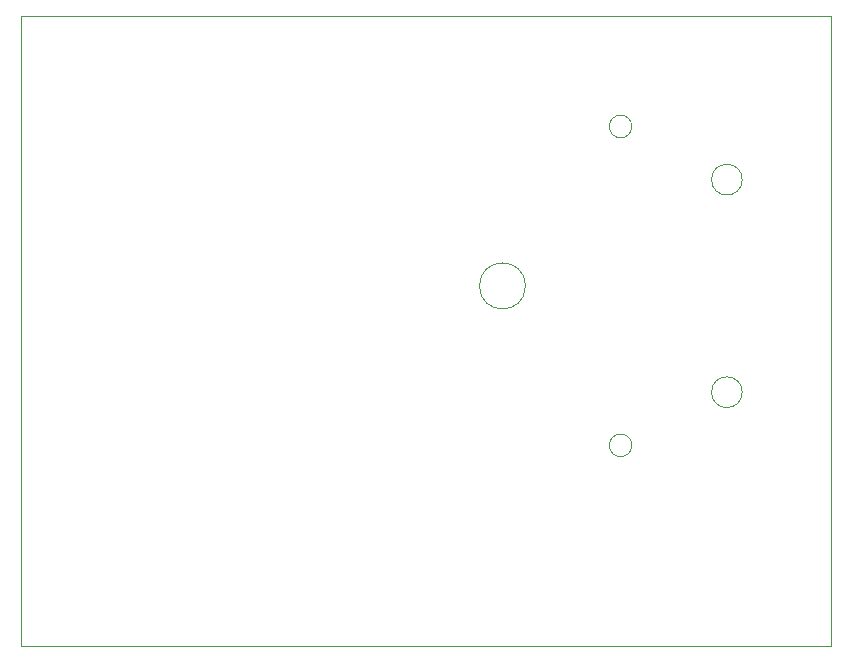
<source format=gbr>
%TF.GenerationSoftware,KiCad,Pcbnew,8.0.8*%
%TF.CreationDate,2025-03-02T00:43:29-07:00*%
%TF.ProjectId,techin514-final-project,74656368-696e-4353-9134-2d66696e616c,rev?*%
%TF.SameCoordinates,Original*%
%TF.FileFunction,Profile,NP*%
%FSLAX46Y46*%
G04 Gerber Fmt 4.6, Leading zero omitted, Abs format (unit mm)*
G04 Created by KiCad (PCBNEW 8.0.8) date 2025-03-02 00:43:29*
%MOMM*%
%LPD*%
G01*
G04 APERTURE LIST*
%TA.AperFunction,Profile*%
%ADD10C,0.050000*%
%TD*%
G04 APERTURE END LIST*
D10*
X63500000Y-58420000D02*
X132080000Y-58420000D01*
X132080000Y-111760000D01*
X63500000Y-111760000D01*
X63500000Y-58420000D01*
%TO.C,M1*%
X106250000Y-81280000D02*
G75*
G02*
X102350000Y-81280000I-1950000J0D01*
G01*
X102350000Y-81280000D02*
G75*
G02*
X106250000Y-81280000I1950000J0D01*
G01*
X115250000Y-67780000D02*
G75*
G02*
X113350000Y-67780000I-950000J0D01*
G01*
X113350000Y-67780000D02*
G75*
G02*
X115250000Y-67780000I950000J0D01*
G01*
X115250000Y-94780000D02*
G75*
G02*
X113350000Y-94780000I-950000J0D01*
G01*
X113350000Y-94780000D02*
G75*
G02*
X115250000Y-94780000I950000J0D01*
G01*
X124600000Y-72280000D02*
G75*
G02*
X122000000Y-72280000I-1300000J0D01*
G01*
X122000000Y-72280000D02*
G75*
G02*
X124600000Y-72280000I1300000J0D01*
G01*
X124600000Y-90280000D02*
G75*
G02*
X122000000Y-90280000I-1300000J0D01*
G01*
X122000000Y-90280000D02*
G75*
G02*
X124600000Y-90280000I1300000J0D01*
G01*
%TD*%
M02*

</source>
